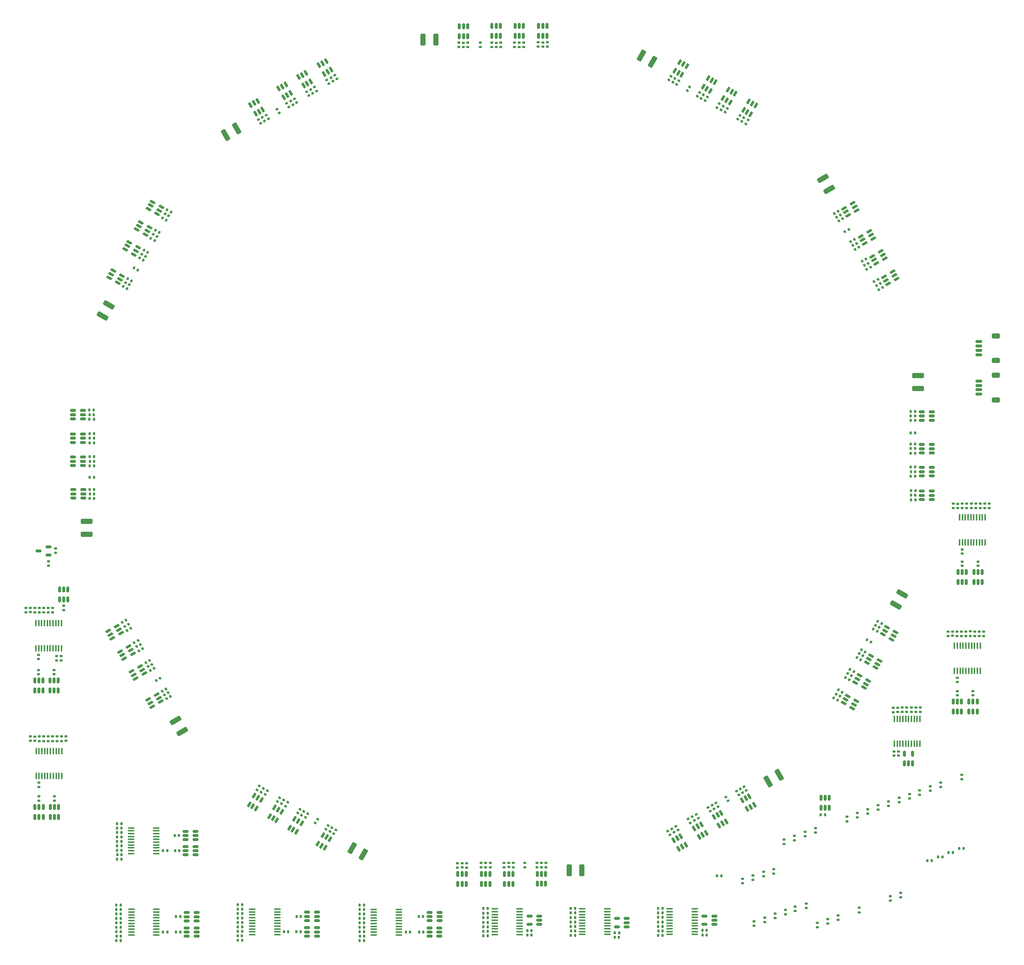
<source format=gtp>
%TF.GenerationSoftware,KiCad,Pcbnew,8.0.6-8.0.6-0~ubuntu22.04.1*%
%TF.CreationDate,2024-12-20T08:13:23-08:00*%
%TF.ProjectId,teensy_arena_12-12,7465656e-7379-45f6-9172-656e615f3132,rev?*%
%TF.SameCoordinates,Original*%
%TF.FileFunction,Paste,Top*%
%TF.FilePolarity,Positive*%
%FSLAX46Y46*%
G04 Gerber Fmt 4.6, Leading zero omitted, Abs format (unit mm)*
G04 Created by KiCad (PCBNEW 8.0.6-8.0.6-0~ubuntu22.04.1) date 2024-12-20 08:13:23*
%MOMM*%
%LPD*%
G01*
G04 APERTURE LIST*
G04 Aperture macros list*
%AMRoundRect*
0 Rectangle with rounded corners*
0 $1 Rounding radius*
0 $2 $3 $4 $5 $6 $7 $8 $9 X,Y pos of 4 corners*
0 Add a 4 corners polygon primitive as box body*
4,1,4,$2,$3,$4,$5,$6,$7,$8,$9,$2,$3,0*
0 Add four circle primitives for the rounded corners*
1,1,$1+$1,$2,$3*
1,1,$1+$1,$4,$5*
1,1,$1+$1,$6,$7*
1,1,$1+$1,$8,$9*
0 Add four rect primitives between the rounded corners*
20,1,$1+$1,$2,$3,$4,$5,0*
20,1,$1+$1,$4,$5,$6,$7,0*
20,1,$1+$1,$6,$7,$8,$9,0*
20,1,$1+$1,$8,$9,$2,$3,0*%
G04 Aperture macros list end*
%ADD10RoundRect,0.135000X-0.209413X-0.092715X0.024413X-0.227715X0.209413X0.092715X-0.024413X0.227715X0*%
%ADD11RoundRect,0.135000X-0.135000X-0.185000X0.135000X-0.185000X0.135000X0.185000X-0.135000X0.185000X0*%
%ADD12RoundRect,0.135000X-0.185000X0.135000X-0.185000X-0.135000X0.185000X-0.135000X0.185000X0.135000X0*%
%ADD13RoundRect,0.140000X0.170000X-0.140000X0.170000X0.140000X-0.170000X0.140000X-0.170000X-0.140000X0*%
%ADD14RoundRect,0.150000X0.512500X0.150000X-0.512500X0.150000X-0.512500X-0.150000X0.512500X-0.150000X0*%
%ADD15RoundRect,0.150000X-0.512500X-0.150000X0.512500X-0.150000X0.512500X0.150000X-0.512500X0.150000X0*%
%ADD16RoundRect,0.135000X0.209413X0.092715X-0.024413X0.227715X-0.209413X-0.092715X0.024413X-0.227715X0*%
%ADD17RoundRect,0.140000X-0.206244X-0.077224X0.036244X-0.217224X0.206244X0.077224X-0.036244X0.217224X0*%
%ADD18RoundRect,0.135000X0.135000X0.185000X-0.135000X0.185000X-0.135000X-0.185000X0.135000X-0.185000X0*%
%ADD19RoundRect,0.150000X0.150000X-0.512500X0.150000X0.512500X-0.150000X0.512500X-0.150000X-0.512500X0*%
%ADD20RoundRect,0.135000X-0.227715X0.024413X-0.092715X-0.209413X0.227715X-0.024413X0.092715X0.209413X0*%
%ADD21RoundRect,0.150000X0.126346X0.518838X-0.386154X-0.368838X-0.126346X-0.518838X0.386154X0.368838X0*%
%ADD22RoundRect,0.140000X0.140000X0.170000X-0.140000X0.170000X-0.140000X-0.170000X0.140000X-0.170000X0*%
%ADD23RoundRect,0.140000X0.206244X0.077224X-0.036244X0.217224X-0.206244X-0.077224X0.036244X-0.217224X0*%
%ADD24RoundRect,0.135000X0.092715X-0.209413X0.227715X0.024413X-0.092715X0.209413X-0.227715X-0.024413X0*%
%ADD25RoundRect,0.135000X0.185000X-0.135000X0.185000X0.135000X-0.185000X0.135000X-0.185000X-0.135000X0*%
%ADD26RoundRect,0.150000X-0.150000X0.512500X-0.150000X-0.512500X0.150000X-0.512500X0.150000X0.512500X0*%
%ADD27RoundRect,0.250000X-0.831458X-0.790128X-0.268542X-1.115128X0.831458X0.790128X0.268542X1.115128X0*%
%ADD28RoundRect,0.135000X-0.024413X-0.227715X0.209413X-0.092715X0.024413X0.227715X-0.209413X0.092715X0*%
%ADD29RoundRect,0.135000X0.024413X0.227715X-0.209413X0.092715X-0.024413X-0.227715X0.209413X-0.092715X0*%
%ADD30RoundRect,0.140000X-0.170000X0.140000X-0.170000X-0.140000X0.170000X-0.140000X0.170000X0.140000X0*%
%ADD31RoundRect,0.140000X-0.140000X-0.170000X0.140000X-0.170000X0.140000X0.170000X-0.140000X0.170000X0*%
%ADD32RoundRect,0.100000X0.637500X0.100000X-0.637500X0.100000X-0.637500X-0.100000X0.637500X-0.100000X0*%
%ADD33RoundRect,0.150000X0.386154X-0.368838X-0.126346X0.518838X-0.386154X0.368838X0.126346X-0.518838X0*%
%ADD34RoundRect,0.140000X-0.036244X-0.217224X0.206244X-0.077224X0.036244X0.217224X-0.206244X0.077224X0*%
%ADD35RoundRect,0.135000X0.227715X-0.024413X0.092715X0.209413X-0.227715X0.024413X-0.092715X-0.209413X0*%
%ADD36RoundRect,0.135000X-0.092715X0.209413X-0.227715X-0.024413X0.092715X-0.209413X0.227715X0.024413X0*%
%ADD37RoundRect,0.250000X-0.325000X-1.100000X0.325000X-1.100000X0.325000X1.100000X-0.325000X1.100000X0*%
%ADD38RoundRect,0.250000X-0.790128X0.831458X-1.115128X0.268542X0.790128X-0.831458X1.115128X-0.268542X0*%
%ADD39RoundRect,0.150000X-0.126346X-0.518838X0.386154X0.368838X0.126346X0.518838X-0.386154X-0.368838X0*%
%ADD40RoundRect,0.150000X-0.518838X0.126346X0.368838X-0.386154X0.518838X-0.126346X-0.368838X0.386154X0*%
%ADD41RoundRect,0.150000X-0.386154X0.368838X0.126346X-0.518838X0.386154X-0.368838X-0.126346X0.518838X0*%
%ADD42RoundRect,0.250000X1.115128X0.268542X0.790128X0.831458X-1.115128X-0.268542X-0.790128X-0.831458X0*%
%ADD43RoundRect,0.140000X-0.077224X0.206244X-0.217224X-0.036244X0.077224X-0.206244X0.217224X0.036244X0*%
%ADD44RoundRect,0.140000X0.036244X0.217224X-0.206244X0.077224X-0.036244X-0.217224X0.206244X-0.077224X0*%
%ADD45RoundRect,0.150000X0.625000X-0.150000X0.625000X0.150000X-0.625000X0.150000X-0.625000X-0.150000X0*%
%ADD46RoundRect,0.250000X0.650000X-0.350000X0.650000X0.350000X-0.650000X0.350000X-0.650000X-0.350000X0*%
%ADD47RoundRect,0.140000X-0.217224X0.036244X-0.077224X-0.206244X0.217224X-0.036244X0.077224X0.206244X0*%
%ADD48RoundRect,0.140000X0.217224X-0.036244X0.077224X0.206244X-0.217224X0.036244X-0.077224X-0.206244X0*%
%ADD49RoundRect,0.150000X0.518838X-0.126346X-0.368838X0.386154X-0.518838X0.126346X0.368838X-0.386154X0*%
%ADD50RoundRect,0.140000X0.077224X-0.206244X0.217224X0.036244X-0.077224X0.206244X-0.217224X-0.036244X0*%
%ADD51RoundRect,0.150000X0.368838X0.386154X-0.518838X-0.126346X-0.368838X-0.386154X0.518838X0.126346X0*%
%ADD52RoundRect,0.250000X0.268542X-1.115128X0.831458X-0.790128X-0.268542X1.115128X-0.831458X0.790128X0*%
%ADD53RoundRect,0.150000X-0.368838X-0.386154X0.518838X0.126346X0.368838X0.386154X-0.518838X-0.126346X0*%
%ADD54RoundRect,0.250000X-0.268542X1.115128X-0.831458X0.790128X0.268542X-1.115128X0.831458X-0.790128X0*%
%ADD55RoundRect,0.100000X0.100000X-0.637500X0.100000X0.637500X-0.100000X0.637500X-0.100000X-0.637500X0*%
%ADD56RoundRect,0.250000X-1.100000X0.325000X-1.100000X-0.325000X1.100000X-0.325000X1.100000X0.325000X0*%
%ADD57RoundRect,0.250000X-1.115128X-0.268542X-0.790128X-0.831458X1.115128X0.268542X0.790128X0.831458X0*%
%ADD58RoundRect,0.250000X0.790128X-0.831458X1.115128X-0.268542X-0.790128X0.831458X-1.115128X0.268542X0*%
%ADD59RoundRect,0.250000X0.325000X1.100000X-0.325000X1.100000X-0.325000X-1.100000X0.325000X-1.100000X0*%
%ADD60RoundRect,0.250000X0.831458X0.790128X0.268542X1.115128X-0.831458X-0.790128X-0.268542X-1.115128X0*%
%ADD61RoundRect,0.250000X1.100000X-0.325000X1.100000X0.325000X-1.100000X0.325000X-1.100000X-0.325000X0*%
G04 APERTURE END LIST*
D10*
%TO.C,R215*%
X263608427Y-215879500D03*
X264491773Y-216389500D03*
%TD*%
D11*
%TO.C,R62*%
X173408400Y-281575000D03*
X174428400Y-281575000D03*
%TD*%
D12*
%TO.C,R48*%
X271272000Y-235608400D03*
X271272000Y-236628400D03*
%TD*%
D13*
%TO.C,C30*%
X282935600Y-203155000D03*
X282935600Y-202195000D03*
%TD*%
D14*
%TO.C,U36*%
X275920200Y-169849800D03*
X275920200Y-168899800D03*
X275920200Y-167949800D03*
X273645200Y-167949800D03*
X273645200Y-168899800D03*
X273645200Y-169849800D03*
%TD*%
D12*
%TO.C,R75*%
X284748800Y-218182900D03*
X284748800Y-219202900D03*
%TD*%
D15*
%TO.C,U60*%
X79679800Y-185750200D03*
X79679800Y-186700200D03*
X79679800Y-187650200D03*
X81954800Y-187650200D03*
X81954800Y-186700200D03*
X81954800Y-185750200D03*
%TD*%
D12*
%TO.C,R201*%
X180263800Y-271145000D03*
X180263800Y-272165000D03*
%TD*%
D16*
%TO.C,R173*%
X100993573Y-124041000D03*
X100110227Y-123531000D03*
%TD*%
D14*
%TO.C,Q1*%
X74026000Y-200717000D03*
X74026000Y-198817000D03*
X71751000Y-199767000D03*
%TD*%
D17*
%TO.C,C67*%
X91657808Y-138360400D03*
X92489192Y-138840400D03*
%TD*%
D18*
%TO.C,R177*%
X84455000Y-180263800D03*
X83435000Y-180263800D03*
%TD*%
D10*
%TO.C,R222*%
X253561627Y-233419400D03*
X254444973Y-233929400D03*
%TD*%
D17*
%TO.C,C69*%
X98017208Y-127308600D03*
X98848592Y-127788600D03*
%TD*%
D19*
%TO.C,U33*%
X70860800Y-231672100D03*
X71810800Y-231672100D03*
X72760800Y-231672100D03*
X72760800Y-229397100D03*
X71810800Y-229397100D03*
X70860800Y-229397100D03*
%TD*%
D20*
%TO.C,R214*%
X215601800Y-263848627D03*
X216111800Y-264731973D03*
%TD*%
D21*
%TO.C,U45*%
X226472474Y-92521696D03*
X225649750Y-92046696D03*
X224827026Y-91571696D03*
X223689526Y-93541904D03*
X224512250Y-94016904D03*
X225334974Y-94491904D03*
%TD*%
D19*
%TO.C,U20*%
X285577200Y-206908400D03*
X286527200Y-206908400D03*
X287477200Y-206908400D03*
X287477200Y-204633400D03*
X286527200Y-204633400D03*
X285577200Y-204633400D03*
%TD*%
D22*
%TO.C,C48*%
X272114200Y-176352200D03*
X271154200Y-176352200D03*
%TD*%
D14*
%TO.C,U28*%
X135432800Y-284327600D03*
X135432800Y-283377600D03*
X135432800Y-282427600D03*
X133157800Y-282427600D03*
X133157800Y-283377600D03*
X133157800Y-284327600D03*
%TD*%
D23*
%TO.C,C91*%
X263942192Y-217239600D03*
X263110808Y-216759600D03*
%TD*%
D24*
%TO.C,R147*%
X226882900Y-98323173D03*
X227392900Y-97439827D03*
%TD*%
D25*
%TO.C,R10*%
X275615400Y-254660400D03*
X275615400Y-253640400D03*
%TD*%
D13*
%TO.C,C5*%
X268173200Y-236625800D03*
X268173200Y-235665800D03*
%TD*%
D20*
%TO.C,R212*%
X220261800Y-261099527D03*
X220771800Y-261982873D03*
%TD*%
D12*
%TO.C,R203*%
X175031400Y-271170400D03*
X175031400Y-272190400D03*
%TD*%
D26*
%TO.C,U2*%
X252547200Y-256260400D03*
X251597200Y-256260400D03*
X250647200Y-256260400D03*
X250647200Y-258535400D03*
X251597200Y-258535400D03*
X252547200Y-258535400D03*
%TD*%
D27*
%TO.C,C97*%
X209581313Y-86383100D03*
X212136087Y-87858100D03*
%TD*%
D16*
%TO.C,R168*%
X93007573Y-137960800D03*
X92124227Y-137450800D03*
%TD*%
D28*
%TO.C,R139*%
X260045427Y-133512500D03*
X260928773Y-133002500D03*
%TD*%
D11*
%TO.C,R91*%
X145170600Y-283819600D03*
X146190600Y-283819600D03*
%TD*%
D12*
%TO.C,R86*%
X78003400Y-242222000D03*
X78003400Y-243242000D03*
%TD*%
D28*
%TO.C,R135*%
X253682027Y-122527500D03*
X254565373Y-122017500D03*
%TD*%
D29*
%TO.C,R189*%
X92840173Y-217436800D03*
X91956827Y-217946800D03*
%TD*%
D10*
%TO.C,R234*%
X261153727Y-220058400D03*
X262037073Y-220568400D03*
%TD*%
D30*
%TO.C,C61*%
X181635400Y-83460400D03*
X181635400Y-84420400D03*
%TD*%
D18*
%TO.C,R181*%
X84404200Y-169646600D03*
X83384200Y-169646600D03*
%TD*%
D31*
%TO.C,C26*%
X223514000Y-286588200D03*
X224474000Y-286588200D03*
%TD*%
D26*
%TO.C,U48*%
X169849800Y-79679800D03*
X168899800Y-79679800D03*
X167949800Y-79679800D03*
X167949800Y-81954800D03*
X168899800Y-81954800D03*
X169849800Y-81954800D03*
%TD*%
D32*
%TO.C,U13*%
X98677200Y-269005600D03*
X98677200Y-268355600D03*
X98677200Y-267705600D03*
X98677200Y-267055600D03*
X98677200Y-266405600D03*
X98677200Y-265755600D03*
X98677200Y-265105600D03*
X98677200Y-264455600D03*
X98677200Y-263805600D03*
X98677200Y-263155600D03*
X92952200Y-263155600D03*
X92952200Y-263805600D03*
X92952200Y-264455600D03*
X92952200Y-265105600D03*
X92952200Y-265755600D03*
X92952200Y-266405600D03*
X92952200Y-267055600D03*
X92952200Y-267705600D03*
X92952200Y-268355600D03*
X92952200Y-269005600D03*
%TD*%
D14*
%TO.C,U38*%
X275989400Y-182575200D03*
X275989400Y-181625200D03*
X275989400Y-180675200D03*
X273714400Y-180675200D03*
X273714400Y-181625200D03*
X273714400Y-182575200D03*
%TD*%
D33*
%TO.C,U79*%
X218078226Y-267924704D03*
X218900950Y-267449704D03*
X219723674Y-266974704D03*
X218586174Y-265004496D03*
X217763450Y-265479496D03*
X216940726Y-265954496D03*
%TD*%
D28*
%TO.C,R141*%
X262759827Y-138163200D03*
X263643173Y-137653200D03*
%TD*%
D22*
%TO.C,C19*%
X118268200Y-287812400D03*
X117308200Y-287812400D03*
%TD*%
D25*
%TO.C,R151*%
X167873600Y-84448000D03*
X167873600Y-83428000D03*
%TD*%
D22*
%TO.C,C39*%
X131679400Y-283392800D03*
X130719400Y-283392800D03*
%TD*%
D25*
%TO.C,R9*%
X278003000Y-253796800D03*
X278003000Y-252776800D03*
%TD*%
%TO.C,R226*%
X172720000Y-84484400D03*
X172720000Y-83464400D03*
%TD*%
D12*
%TO.C,R74*%
X283732800Y-218184900D03*
X283732800Y-219204900D03*
%TD*%
D15*
%TO.C,U62*%
X79610600Y-173024800D03*
X79610600Y-173974800D03*
X79610600Y-174924800D03*
X81885600Y-174924800D03*
X81885600Y-173974800D03*
X81885600Y-173024800D03*
%TD*%
D12*
%TO.C,R68*%
X288066400Y-188931000D03*
X288066400Y-189951000D03*
%TD*%
D22*
%TO.C,C40*%
X104149200Y-286985400D03*
X103189200Y-286985400D03*
%TD*%
D11*
%TO.C,R44*%
X213404800Y-281533600D03*
X214424800Y-281533600D03*
%TD*%
D34*
%TO.C,C76*%
X96845408Y-226210900D03*
X97676792Y-225730900D03*
%TD*%
D31*
%TO.C,C73*%
X83460400Y-173964600D03*
X84420400Y-173964600D03*
%TD*%
D12*
%TO.C,R206*%
X167513000Y-271221200D03*
X167513000Y-272241200D03*
%TD*%
D35*
%TO.C,R163*%
X133512500Y-95554573D03*
X133002500Y-94671227D03*
%TD*%
D36*
%TO.C,R231*%
X135541600Y-261153727D03*
X135031600Y-262037073D03*
%TD*%
D25*
%TO.C,R8*%
X282778200Y-252044200D03*
X282778200Y-251024200D03*
%TD*%
D12*
%TO.C,R82*%
X73939400Y-242226000D03*
X73939400Y-243246000D03*
%TD*%
D36*
%TO.C,R194*%
X131479500Y-258842327D03*
X130969500Y-259725673D03*
%TD*%
D12*
%TO.C,R124*%
X74980800Y-212776400D03*
X74980800Y-213796400D03*
%TD*%
D31*
%TO.C,C2*%
X223539400Y-287629600D03*
X224499400Y-287629600D03*
%TD*%
D12*
%TO.C,R70*%
X289082400Y-188931000D03*
X289082400Y-189951000D03*
%TD*%
D37*
%TO.C,C98*%
X159615000Y-82740000D03*
X162565000Y-82740000D03*
%TD*%
D14*
%TO.C,U37*%
X275989400Y-177312400D03*
X275989400Y-176362400D03*
X275989400Y-175412400D03*
X273714400Y-175412400D03*
X273714400Y-176362400D03*
X273714400Y-177312400D03*
%TD*%
D15*
%TO.C,U63*%
X79610600Y-167619600D03*
X79610600Y-168569600D03*
X79610600Y-169519600D03*
X81885600Y-169519600D03*
X81885600Y-168569600D03*
X81885600Y-167619600D03*
%TD*%
D20*
%TO.C,R233*%
X228857200Y-256073727D03*
X229367200Y-256957073D03*
%TD*%
D38*
%TO.C,C106*%
X269216900Y-209581313D03*
X267741900Y-212136087D03*
%TD*%
D11*
%TO.C,R42*%
X213408800Y-283616400D03*
X214428800Y-283616400D03*
%TD*%
D26*
%TO.C,U49*%
X177312400Y-79610600D03*
X176362400Y-79610600D03*
X175412400Y-79610600D03*
X175412400Y-81885600D03*
X176362400Y-81885600D03*
X177312400Y-81885600D03*
%TD*%
D14*
%TO.C,U26*%
X163390600Y-287929400D03*
X163390600Y-286979400D03*
X163390600Y-286029400D03*
X161115600Y-286029400D03*
X161115600Y-286979400D03*
X161115600Y-287929400D03*
%TD*%
D25*
%TO.C,R152*%
X169905600Y-84448000D03*
X169905600Y-83428000D03*
%TD*%
D23*
%TO.C,C93*%
X257582792Y-228291400D03*
X256751408Y-227811400D03*
%TD*%
D39*
%TO.C,U70*%
X124569826Y-260446904D03*
X125392550Y-260921904D03*
X126215274Y-261396904D03*
X127352774Y-259426696D03*
X126530050Y-258951696D03*
X125707326Y-258476696D03*
%TD*%
D29*
%TO.C,R184*%
X100901973Y-231312700D03*
X100018627Y-231822700D03*
%TD*%
D12*
%TO.C,R50*%
X273354800Y-235608400D03*
X273354800Y-236628400D03*
%TD*%
D33*
%TO.C,U76*%
X233745126Y-258799504D03*
X234567850Y-258324504D03*
X235390574Y-257849504D03*
X234253074Y-255879296D03*
X233430350Y-256354296D03*
X232607626Y-256829296D03*
%TD*%
D40*
%TO.C,U56*%
X88850296Y-135624926D03*
X88375296Y-136447650D03*
X87900296Y-137270374D03*
X89870504Y-138407874D03*
X90345504Y-137585150D03*
X90820504Y-136762426D03*
%TD*%
D11*
%TO.C,R133*%
X271195800Y-185953400D03*
X272215800Y-185953400D03*
%TD*%
D41*
%TO.C,U53*%
X128282974Y-93009296D03*
X127460250Y-93484296D03*
X126637526Y-93959296D03*
X127775026Y-95929504D03*
X128597750Y-95454504D03*
X129420474Y-94979504D03*
%TD*%
D16*
%TO.C,R171*%
X98323173Y-128717100D03*
X97439827Y-128207100D03*
%TD*%
D11*
%TO.C,R107*%
X89527400Y-283852000D03*
X90547400Y-283852000D03*
%TD*%
D10*
%TO.C,R216*%
X262592427Y-217639200D03*
X263475773Y-218149200D03*
%TD*%
D11*
%TO.C,R127*%
X271152000Y-167873600D03*
X272172000Y-167873600D03*
%TD*%
D35*
%TO.C,R161*%
X128993800Y-98192773D03*
X128483800Y-97309427D03*
%TD*%
D28*
%TO.C,R136*%
X254698027Y-124287300D03*
X255581373Y-123777300D03*
%TD*%
D32*
%TO.C,U6*%
X181751700Y-287528000D03*
X181751700Y-286878000D03*
X181751700Y-286228000D03*
X181751700Y-285578000D03*
X181751700Y-284928000D03*
X181751700Y-284278000D03*
X181751700Y-283628000D03*
X181751700Y-282978000D03*
X181751700Y-282328000D03*
X181751700Y-281678000D03*
X176026700Y-281678000D03*
X176026700Y-282328000D03*
X176026700Y-282978000D03*
X176026700Y-283628000D03*
X176026700Y-284278000D03*
X176026700Y-284928000D03*
X176026700Y-285578000D03*
X176026700Y-286228000D03*
X176026700Y-286878000D03*
X176026700Y-287528000D03*
%TD*%
D12*
%TO.C,R80*%
X71907400Y-242226000D03*
X71907400Y-243246000D03*
%TD*%
D36*
%TO.C,R193*%
X133261200Y-259871027D03*
X132751200Y-260754373D03*
%TD*%
D30*
%TO.C,C60*%
X176352200Y-83485800D03*
X176352200Y-84445800D03*
%TD*%
D18*
%TO.C,R179*%
X84429600Y-175031400D03*
X83409600Y-175031400D03*
%TD*%
D11*
%TO.C,R43*%
X213406800Y-282575000D03*
X214426800Y-282575000D03*
%TD*%
D32*
%TO.C,U10*%
X154100000Y-287629600D03*
X154100000Y-286979600D03*
X154100000Y-286329600D03*
X154100000Y-285679600D03*
X154100000Y-285029600D03*
X154100000Y-284379600D03*
X154100000Y-283729600D03*
X154100000Y-283079600D03*
X154100000Y-282429600D03*
X154100000Y-281779600D03*
X148375000Y-281779600D03*
X148375000Y-282429600D03*
X148375000Y-283079600D03*
X148375000Y-283729600D03*
X148375000Y-284379600D03*
X148375000Y-285029600D03*
X148375000Y-285679600D03*
X148375000Y-286329600D03*
X148375000Y-286979600D03*
X148375000Y-287629600D03*
%TD*%
D24*
%TO.C,R144*%
X217639200Y-93007573D03*
X218149200Y-92124227D03*
%TD*%
D22*
%TO.C,C50*%
X272190400Y-187020200D03*
X271230400Y-187020200D03*
%TD*%
D35*
%TO.C,R160*%
X124287300Y-100901973D03*
X123777300Y-100018627D03*
%TD*%
D29*
%TO.C,R230*%
X99526273Y-228857200D03*
X98642927Y-229367200D03*
%TD*%
D36*
%TO.C,R191*%
X139720500Y-263608427D03*
X139210500Y-264491773D03*
%TD*%
D13*
%TO.C,C25*%
X69850000Y-213764400D03*
X69850000Y-212804400D03*
%TD*%
D20*
%TO.C,R211*%
X222087500Y-260045427D03*
X222597500Y-260928773D03*
%TD*%
D11*
%TO.C,R90*%
X145172600Y-284835600D03*
X146192600Y-284835600D03*
%TD*%
D13*
%TO.C,C15*%
X70891400Y-243236800D03*
X70891400Y-242276800D03*
%TD*%
D42*
%TO.C,C102*%
X104568100Y-241078687D03*
X103093100Y-238523913D03*
%TD*%
D24*
%TO.C,R143*%
X215879500Y-91991573D03*
X216389500Y-91108227D03*
%TD*%
D11*
%TO.C,R92*%
X145170600Y-282803600D03*
X146190600Y-282803600D03*
%TD*%
D25*
%TO.C,R36*%
X242544600Y-282934600D03*
X242544600Y-281914600D03*
%TD*%
D30*
%TO.C,C46*%
X77500400Y-212326400D03*
X77500400Y-213286400D03*
%TD*%
D12*
%TO.C,R200*%
X185694400Y-271152000D03*
X185694400Y-272172000D03*
%TD*%
D11*
%TO.C,R56*%
X193437400Y-281567400D03*
X194457400Y-281567400D03*
%TD*%
D43*
%TO.C,C57*%
X228291400Y-98017208D03*
X227811400Y-98848592D03*
%TD*%
D13*
%TO.C,C84*%
X179247800Y-272114200D03*
X179247800Y-271154200D03*
%TD*%
D12*
%TO.C,R123*%
X73964800Y-212776400D03*
X73964800Y-213796400D03*
%TD*%
%TO.C,R29*%
X268859000Y-278003000D03*
X268859000Y-279023000D03*
%TD*%
D44*
%TO.C,C54*%
X264154592Y-138589700D03*
X263323208Y-139069700D03*
%TD*%
D36*
%TO.C,R197*%
X124041000Y-254606427D03*
X123531000Y-255489773D03*
%TD*%
D28*
%TO.C,R140*%
X261099527Y-135338200D03*
X261982873Y-134828200D03*
%TD*%
D45*
%TO.C,J3*%
X286701000Y-154879000D03*
X286701000Y-153879000D03*
X286701000Y-152879000D03*
X286701000Y-151879000D03*
D46*
X290576000Y-156179000D03*
X290576000Y-150579000D03*
%TD*%
D11*
%TO.C,R110*%
X89527400Y-280804000D03*
X90547400Y-280804000D03*
%TD*%
%TO.C,R132*%
X271170400Y-182676800D03*
X272190400Y-182676800D03*
%TD*%
D12*
%TO.C,R49*%
X272313400Y-235608400D03*
X272313400Y-236628400D03*
%TD*%
%TO.C,R77*%
X286780800Y-218186900D03*
X286780800Y-219206900D03*
%TD*%
D47*
%TO.C,C64*%
X129389100Y-96845408D03*
X129869100Y-97676792D03*
%TD*%
D23*
%TO.C,C94*%
X254934392Y-232980100D03*
X254103008Y-232500100D03*
%TD*%
D22*
%TO.C,C47*%
X272121200Y-168884600D03*
X271161200Y-168884600D03*
%TD*%
D13*
%TO.C,C34*%
X71856600Y-256903200D03*
X71856600Y-255943200D03*
%TD*%
D24*
%TO.C,R145*%
X222338800Y-95728973D03*
X222848800Y-94845627D03*
%TD*%
D39*
%TO.C,U69*%
X129127526Y-263078304D03*
X129950250Y-263553304D03*
X130772974Y-264028304D03*
X131910474Y-262058096D03*
X131087750Y-261583096D03*
X130265026Y-261108096D03*
%TD*%
D32*
%TO.C,U3*%
X221761400Y-287506000D03*
X221761400Y-286856000D03*
X221761400Y-286206000D03*
X221761400Y-285556000D03*
X221761400Y-284906000D03*
X221761400Y-284256000D03*
X221761400Y-283606000D03*
X221761400Y-282956000D03*
X221761400Y-282306000D03*
X221761400Y-281656000D03*
X216036400Y-281656000D03*
X216036400Y-282306000D03*
X216036400Y-282956000D03*
X216036400Y-283606000D03*
X216036400Y-284256000D03*
X216036400Y-284906000D03*
X216036400Y-285556000D03*
X216036400Y-286206000D03*
X216036400Y-286856000D03*
X216036400Y-287506000D03*
%TD*%
D25*
%TO.C,R155*%
X180568600Y-84429600D03*
X180568600Y-83409600D03*
%TD*%
D10*
%TO.C,R217*%
X259871027Y-222338800D03*
X260754373Y-222848800D03*
%TD*%
D13*
%TO.C,C11*%
X281919600Y-189945800D03*
X281919600Y-188985800D03*
%TD*%
D31*
%TO.C,C18*%
X127851800Y-286898000D03*
X128811800Y-286898000D03*
%TD*%
D20*
%TO.C,R210*%
X224824500Y-258435927D03*
X225334500Y-259319273D03*
%TD*%
D11*
%TO.C,R223*%
X271115600Y-172720000D03*
X272135600Y-172720000D03*
%TD*%
D14*
%TO.C,U29*%
X107899200Y-287934400D03*
X107899200Y-286984400D03*
X107899200Y-286034400D03*
X105624200Y-286034400D03*
X105624200Y-286984400D03*
X105624200Y-287934400D03*
%TD*%
D48*
%TO.C,C89*%
X221648200Y-261418192D03*
X221168200Y-260586808D03*
%TD*%
D11*
%TO.C,R40*%
X213410800Y-285699200D03*
X214430800Y-285699200D03*
%TD*%
D31*
%TO.C,C72*%
X83485800Y-179247800D03*
X84445800Y-179247800D03*
%TD*%
D49*
%TO.C,U80*%
X266749704Y-219975074D03*
X267224704Y-219152350D03*
X267699704Y-218329626D03*
X265729496Y-217192126D03*
X265254496Y-218014850D03*
X264779496Y-218837574D03*
%TD*%
D48*
%TO.C,C88*%
X226210900Y-258754592D03*
X225730900Y-257923208D03*
%TD*%
D31*
%TO.C,C20*%
X100223400Y-286950800D03*
X101183400Y-286950800D03*
%TD*%
D12*
%TO.C,R32*%
X252171200Y-284018800D03*
X252171200Y-285038800D03*
%TD*%
D31*
%TO.C,C29*%
X183494800Y-286604200D03*
X184454800Y-286604200D03*
%TD*%
D12*
%TO.C,R69*%
X280903600Y-188931000D03*
X280903600Y-189951000D03*
%TD*%
D14*
%TO.C,U30*%
X107902600Y-284415000D03*
X107902600Y-283465000D03*
X107902600Y-282515000D03*
X105627600Y-282515000D03*
X105627600Y-283465000D03*
X105627600Y-284415000D03*
%TD*%
D30*
%TO.C,C24*%
X71780400Y-223525200D03*
X71780400Y-224485200D03*
%TD*%
D25*
%TO.C,R15*%
X263677400Y-258990600D03*
X263677400Y-257970600D03*
%TD*%
D12*
%TO.C,R23*%
X232664000Y-274773200D03*
X232664000Y-275793200D03*
%TD*%
D29*
%TO.C,R187*%
X95554573Y-222087500D03*
X94671227Y-222597500D03*
%TD*%
D12*
%TO.C,R4*%
X259334000Y-281428000D03*
X259334000Y-282448000D03*
%TD*%
D11*
%TO.C,R100*%
X117257400Y-282732400D03*
X118277400Y-282732400D03*
%TD*%
D16*
%TO.C,R228*%
X94446273Y-135541600D03*
X93562927Y-135031600D03*
%TD*%
D11*
%TO.C,R108*%
X89527400Y-282836000D03*
X90547400Y-282836000D03*
%TD*%
%TO.C,R95*%
X117253400Y-288828400D03*
X118273400Y-288828400D03*
%TD*%
D12*
%TO.C,R122*%
X72898000Y-212776400D03*
X72898000Y-213796400D03*
%TD*%
D50*
%TO.C,C82*%
X122619900Y-254934392D03*
X123099900Y-254103008D03*
%TD*%
D22*
%TO.C,C21*%
X90538200Y-287916000D03*
X89578200Y-287916000D03*
%TD*%
D28*
%TO.C,R138*%
X258435927Y-130775500D03*
X259319273Y-130265500D03*
%TD*%
D22*
%TO.C,C41*%
X104152600Y-283445600D03*
X103192600Y-283445600D03*
%TD*%
D12*
%TO.C,R84*%
X75971400Y-242226000D03*
X75971400Y-243246000D03*
%TD*%
D47*
%TO.C,C66*%
X138589700Y-91445408D03*
X139069700Y-92276792D03*
%TD*%
D25*
%TO.C,R6*%
X242189000Y-266801600D03*
X242189000Y-265781600D03*
%TD*%
D47*
%TO.C,C63*%
X122918500Y-100573208D03*
X123398500Y-101404592D03*
%TD*%
D18*
%TO.C,R182*%
X84378800Y-167513000D03*
X83358800Y-167513000D03*
%TD*%
D11*
%TO.C,R111*%
X89701000Y-270256000D03*
X90721000Y-270256000D03*
%TD*%
%TO.C,R53*%
X193435400Y-284666200D03*
X194455400Y-284666200D03*
%TD*%
D16*
%TO.C,R169*%
X95728973Y-133261200D03*
X94845627Y-132751200D03*
%TD*%
D35*
%TO.C,R166*%
X139998200Y-91751373D03*
X139488200Y-90868027D03*
%TD*%
D43*
%TO.C,C55*%
X217239600Y-91657808D03*
X216759600Y-92489192D03*
%TD*%
D12*
%TO.C,R63*%
X282935600Y-188933000D03*
X282935600Y-189953000D03*
%TD*%
D28*
%TO.C,R224*%
X256073727Y-126742800D03*
X256957073Y-126232800D03*
%TD*%
D14*
%TO.C,U31*%
X107645200Y-269290800D03*
X107645200Y-268340800D03*
X107645200Y-267390800D03*
X105370200Y-267390800D03*
X105370200Y-268340800D03*
X105370200Y-269290800D03*
%TD*%
D11*
%TO.C,R103*%
X89527400Y-288932000D03*
X90547400Y-288932000D03*
%TD*%
%TO.C,R118*%
X89701000Y-262128000D03*
X90721000Y-262128000D03*
%TD*%
%TO.C,R60*%
X173410400Y-283708600D03*
X174430400Y-283708600D03*
%TD*%
D14*
%TO.C,U25*%
X163398200Y-284388600D03*
X163398200Y-283438600D03*
X163398200Y-282488600D03*
X161123200Y-282488600D03*
X161123200Y-283438600D03*
X161123200Y-284388600D03*
%TD*%
D22*
%TO.C,C37*%
X159716000Y-286994600D03*
X158756000Y-286994600D03*
%TD*%
D11*
%TO.C,R128*%
X271152000Y-169905600D03*
X272172000Y-169905600D03*
%TD*%
D12*
%TO.C,R72*%
X281700800Y-218184900D03*
X281700800Y-219204900D03*
%TD*%
%TO.C,R22*%
X235051600Y-274011200D03*
X235051600Y-275031200D03*
%TD*%
D11*
%TO.C,R97*%
X117257400Y-285780400D03*
X118277400Y-285780400D03*
%TD*%
D17*
%TO.C,C70*%
X100665608Y-122619900D03*
X101496992Y-123099900D03*
%TD*%
D11*
%TO.C,R89*%
X145170600Y-285851600D03*
X146190600Y-285851600D03*
%TD*%
%TO.C,R116*%
X89697000Y-264160000D03*
X90717000Y-264160000D03*
%TD*%
D33*
%TO.C,U77*%
X227317026Y-262590704D03*
X228139750Y-262115704D03*
X228962474Y-261640704D03*
X227824974Y-259670496D03*
X227002250Y-260145496D03*
X226179526Y-260620496D03*
%TD*%
D11*
%TO.C,R115*%
X89701000Y-265176000D03*
X90721000Y-265176000D03*
%TD*%
D13*
%TO.C,C83*%
X186715400Y-272121200D03*
X186715400Y-271161200D03*
%TD*%
D25*
%TO.C,R38*%
X235331000Y-285550800D03*
X235331000Y-284530800D03*
%TD*%
D13*
%TO.C,C86*%
X168579800Y-272190400D03*
X168579800Y-271230400D03*
%TD*%
D14*
%TO.C,U17*%
X206232000Y-285778800D03*
X206232000Y-284828800D03*
X206232000Y-283878800D03*
X203957000Y-283878800D03*
X203957000Y-285778800D03*
%TD*%
D19*
%TO.C,U16*%
X269697200Y-248399000D03*
X270647200Y-248399000D03*
X271597200Y-248399000D03*
X271597200Y-246124000D03*
X269697200Y-246124000D03*
%TD*%
D22*
%TO.C,C1*%
X251559000Y-260110200D03*
X250599000Y-260110200D03*
%TD*%
D51*
%TO.C,U41*%
X262590704Y-128282974D03*
X262115704Y-127460250D03*
X261640704Y-126637526D03*
X259670496Y-127775026D03*
X260145496Y-128597750D03*
X260620496Y-129420474D03*
%TD*%
D25*
%TO.C,R18*%
X249351800Y-264185400D03*
X249351800Y-263165400D03*
%TD*%
D11*
%TO.C,R88*%
X145170600Y-286867600D03*
X146190600Y-286867600D03*
%TD*%
D14*
%TO.C,U32*%
X107645200Y-265806000D03*
X107645200Y-264856000D03*
X107645200Y-263906000D03*
X105370200Y-263906000D03*
X105370200Y-264856000D03*
X105370200Y-265806000D03*
%TD*%
D25*
%TO.C,R12*%
X270840200Y-256413000D03*
X270840200Y-255393000D03*
%TD*%
D21*
%TO.C,U46*%
X231030174Y-95153096D03*
X230207450Y-94678096D03*
X229384726Y-94203096D03*
X228247226Y-96173304D03*
X229069950Y-96648304D03*
X229892674Y-97123304D03*
%TD*%
D40*
%TO.C,U58*%
X95153096Y-124569826D03*
X94678096Y-125392550D03*
X94203096Y-126215274D03*
X96173304Y-127352774D03*
X96648304Y-126530050D03*
X97123304Y-125707326D03*
%TD*%
D18*
%TO.C,R25*%
X283214000Y-267843000D03*
X282194000Y-267843000D03*
%TD*%
D22*
%TO.C,C36*%
X159644800Y-283423400D03*
X158684800Y-283423400D03*
%TD*%
D36*
%TO.C,R196*%
X126891400Y-256222727D03*
X126381400Y-257106073D03*
%TD*%
D12*
%TO.C,R73*%
X282716800Y-218184900D03*
X282716800Y-219204900D03*
%TD*%
D13*
%TO.C,C13*%
X280684800Y-219174900D03*
X280684800Y-218214900D03*
%TD*%
D11*
%TO.C,R58*%
X173404400Y-285791400D03*
X174424400Y-285791400D03*
%TD*%
D22*
%TO.C,C49*%
X272139600Y-181635400D03*
X271179600Y-181635400D03*
%TD*%
D26*
%TO.C,U35*%
X78435200Y-208562000D03*
X77485200Y-208562000D03*
X76535200Y-208562000D03*
X76535200Y-210837000D03*
X77485200Y-210837000D03*
X78435200Y-210837000D03*
%TD*%
D11*
%TO.C,R87*%
X145170600Y-288899600D03*
X146190600Y-288899600D03*
%TD*%
D25*
%TO.C,R126*%
X76911200Y-224818000D03*
X76911200Y-223798000D03*
%TD*%
D24*
%TO.C,R146*%
X224120500Y-96757673D03*
X224630500Y-95874327D03*
%TD*%
D20*
%TO.C,R209*%
X226606200Y-257407227D03*
X227116200Y-258290573D03*
%TD*%
D12*
%TO.C,R71*%
X279668800Y-218184900D03*
X279668800Y-219204900D03*
%TD*%
D15*
%TO.C,U61*%
X79610600Y-178287600D03*
X79610600Y-179237600D03*
X79610600Y-180187600D03*
X81885600Y-180187600D03*
X81885600Y-179237600D03*
X81885600Y-178287600D03*
%TD*%
D52*
%TO.C,C99*%
X114521313Y-104568100D03*
X117076087Y-103093100D03*
%TD*%
D31*
%TO.C,C28*%
X203505000Y-287104600D03*
X204465000Y-287104600D03*
%TD*%
D11*
%TO.C,R104*%
X89527400Y-286900000D03*
X90547400Y-286900000D03*
%TD*%
D53*
%TO.C,U65*%
X93009296Y-227317026D03*
X93484296Y-228139750D03*
X93959296Y-228962474D03*
X95929504Y-227824974D03*
X95454504Y-227002250D03*
X94979504Y-226179526D03*
%TD*%
D25*
%TO.C,R3*%
X237769400Y-284687200D03*
X237769400Y-283667200D03*
%TD*%
D54*
%TO.C,C105*%
X241078687Y-251031900D03*
X238523913Y-252506900D03*
%TD*%
D31*
%TO.C,C16*%
X155695400Y-286969200D03*
X156655400Y-286969200D03*
%TD*%
D44*
%TO.C,C51*%
X255026792Y-122918400D03*
X254195408Y-123398400D03*
%TD*%
D12*
%TO.C,R45*%
X267131800Y-235633800D03*
X267131800Y-236653800D03*
%TD*%
D19*
%TO.C,U74*%
X173024800Y-275989400D03*
X173974800Y-275989400D03*
X174924800Y-275989400D03*
X174924800Y-273714400D03*
X173974800Y-273714400D03*
X173024800Y-273714400D03*
%TD*%
D31*
%TO.C,C22*%
X100221800Y-268325600D03*
X101181800Y-268325600D03*
%TD*%
D14*
%TO.C,U27*%
X135410700Y-287900800D03*
X135410700Y-286950800D03*
X135410700Y-286000800D03*
X133135700Y-286000800D03*
X133135700Y-286950800D03*
X133135700Y-287900800D03*
%TD*%
D55*
%TO.C,U14*%
X71140800Y-222008600D03*
X71790800Y-222008600D03*
X72440800Y-222008600D03*
X73090800Y-222008600D03*
X73740800Y-222008600D03*
X74390800Y-222008600D03*
X75040800Y-222008600D03*
X75690800Y-222008600D03*
X76340800Y-222008600D03*
X76990800Y-222008600D03*
X76990800Y-216283600D03*
X76340800Y-216283600D03*
X75690800Y-216283600D03*
X75040800Y-216283600D03*
X74390800Y-216283600D03*
X73740800Y-216283600D03*
X73090800Y-216283600D03*
X72440800Y-216283600D03*
X71790800Y-216283600D03*
X71140800Y-216283600D03*
%TD*%
D25*
%TO.C,R158*%
X188087000Y-84378800D03*
X188087000Y-83358800D03*
%TD*%
D29*
%TO.C,R188*%
X94500473Y-220261800D03*
X93617127Y-220771800D03*
%TD*%
D48*
%TO.C,C90*%
X217010300Y-264154592D03*
X216530300Y-263323208D03*
%TD*%
D12*
%TO.C,R21*%
X237490000Y-273147600D03*
X237490000Y-274167600D03*
%TD*%
D34*
%TO.C,C75*%
X100573208Y-232681500D03*
X101404592Y-232201500D03*
%TD*%
D16*
%TO.C,R174*%
X102038373Y-122180600D03*
X101155027Y-121670600D03*
%TD*%
D12*
%TO.C,R199*%
X187726400Y-271152000D03*
X187726400Y-272172000D03*
%TD*%
D44*
%TO.C,C53*%
X261418192Y-133951800D03*
X260586808Y-134431800D03*
%TD*%
D19*
%TO.C,U24*%
X74447400Y-260604000D03*
X75397400Y-260604000D03*
X76347400Y-260604000D03*
X76347400Y-258329000D03*
X75397400Y-258329000D03*
X74447400Y-258329000D03*
%TD*%
D12*
%TO.C,R1*%
X73990200Y-202103800D03*
X73990200Y-203123800D03*
%TD*%
D36*
%TO.C,R195*%
X128717100Y-257276827D03*
X128207100Y-258160173D03*
%TD*%
D13*
%TO.C,C45*%
X75285600Y-227962400D03*
X75285600Y-227002400D03*
%TD*%
D18*
%TO.C,R28*%
X275996400Y-270611600D03*
X274976400Y-270611600D03*
%TD*%
D11*
%TO.C,R51*%
X193439400Y-287714200D03*
X194459400Y-287714200D03*
%TD*%
D13*
%TO.C,C85*%
X173964600Y-272139600D03*
X173964600Y-271179600D03*
%TD*%
D18*
%TO.C,R175*%
X84448000Y-187726400D03*
X83428000Y-187726400D03*
%TD*%
D12*
%TO.C,R205*%
X169646600Y-271195800D03*
X169646600Y-272215800D03*
%TD*%
%TO.C,R64*%
X283951600Y-188933000D03*
X283951600Y-189953000D03*
%TD*%
D30*
%TO.C,C4*%
X267284200Y-245616000D03*
X267284200Y-246576000D03*
%TD*%
D12*
%TO.C,R79*%
X69875400Y-242224000D03*
X69875400Y-243244000D03*
%TD*%
%TO.C,R47*%
X270230600Y-235612400D03*
X270230600Y-236632400D03*
%TD*%
D10*
%TO.C,R221*%
X254606427Y-231559000D03*
X255489773Y-232069000D03*
%TD*%
D49*
%TO.C,U81*%
X263078304Y-226472474D03*
X263553304Y-225649750D03*
X264028304Y-224827026D03*
X262058096Y-223689526D03*
X261583096Y-224512250D03*
X261108096Y-225334974D03*
%TD*%
D16*
%TO.C,R167*%
X91991573Y-139720500D03*
X91108227Y-139210500D03*
%TD*%
D30*
%TO.C,C14*%
X71856600Y-252793600D03*
X71856600Y-253753600D03*
%TD*%
D40*
%TO.C,U57*%
X92521696Y-129127526D03*
X92046696Y-129950250D03*
X91571696Y-130772974D03*
X93541904Y-131910474D03*
X94016904Y-131087750D03*
X94491904Y-130265026D03*
%TD*%
D11*
%TO.C,R130*%
X271145000Y-177393600D03*
X272165000Y-177393600D03*
%TD*%
D25*
%TO.C,R13*%
X268478000Y-257225800D03*
X268478000Y-256205800D03*
%TD*%
D12*
%TO.C,R232*%
X182880000Y-271115600D03*
X182880000Y-272135600D03*
%TD*%
D14*
%TO.C,U39*%
X275989400Y-187980400D03*
X275989400Y-187030400D03*
X275989400Y-186080400D03*
X273714400Y-186080400D03*
X273714400Y-187030400D03*
X273714400Y-187980400D03*
%TD*%
D19*
%TO.C,U75*%
X167619600Y-275989400D03*
X168569600Y-275989400D03*
X169519600Y-275989400D03*
X169519600Y-273714400D03*
X168569600Y-273714400D03*
X167619600Y-273714400D03*
%TD*%
D21*
%TO.C,U44*%
X219975074Y-88850296D03*
X219152350Y-88375296D03*
X218329626Y-87900296D03*
X217192126Y-89870504D03*
X218014850Y-90345504D03*
X218837574Y-90820504D03*
%TD*%
D11*
%TO.C,R57*%
X173409600Y-287823400D03*
X174429600Y-287823400D03*
%TD*%
%TO.C,R106*%
X89527400Y-284868000D03*
X90547400Y-284868000D03*
%TD*%
D40*
%TO.C,U59*%
X97855696Y-119888826D03*
X97380696Y-120711550D03*
X96905696Y-121534274D03*
X98875904Y-122671774D03*
X99350904Y-121849050D03*
X99825904Y-121026326D03*
%TD*%
D30*
%TO.C,C62*%
X187020200Y-83409600D03*
X187020200Y-84369600D03*
%TD*%
D56*
%TO.C,C95*%
X272860000Y-159615000D03*
X272860000Y-162565000D03*
%TD*%
D57*
%TO.C,C96*%
X251031900Y-114521313D03*
X252506900Y-117076087D03*
%TD*%
D55*
%TO.C,U4*%
X267396200Y-243898800D03*
X268046200Y-243898800D03*
X268696200Y-243898800D03*
X269346200Y-243898800D03*
X269996200Y-243898800D03*
X270646200Y-243898800D03*
X271296200Y-243898800D03*
X271946200Y-243898800D03*
X272596200Y-243898800D03*
X273246200Y-243898800D03*
X273246200Y-238173800D03*
X272596200Y-238173800D03*
X271946200Y-238173800D03*
X271296200Y-238173800D03*
X270646200Y-238173800D03*
X269996200Y-238173800D03*
X269346200Y-238173800D03*
X268696200Y-238173800D03*
X268046200Y-238173800D03*
X267396200Y-238173800D03*
%TD*%
D21*
%TO.C,U47*%
X235711174Y-97855696D03*
X234888450Y-97380696D03*
X234065726Y-96905696D03*
X232928226Y-98875904D03*
X233750950Y-99350904D03*
X234573674Y-99825904D03*
%TD*%
D12*
%TO.C,R66*%
X286034400Y-188931000D03*
X286034400Y-189951000D03*
%TD*%
D49*
%TO.C,U83*%
X257744304Y-235711174D03*
X258219304Y-234888450D03*
X258694304Y-234065726D03*
X256724096Y-232928226D03*
X256249096Y-233750950D03*
X255774096Y-234573674D03*
%TD*%
D18*
%TO.C,R26*%
X280797000Y-268732000D03*
X279777000Y-268732000D03*
%TD*%
D39*
%TO.C,U68*%
X135624926Y-266749704D03*
X136447650Y-267224704D03*
X137270374Y-267699704D03*
X138407874Y-265729496D03*
X137585150Y-265254496D03*
X136762426Y-264779496D03*
%TD*%
D33*
%TO.C,U78*%
X222759226Y-265222104D03*
X223581950Y-264747104D03*
X224404674Y-264272104D03*
X223267174Y-262301896D03*
X222444450Y-262776896D03*
X221621726Y-263251896D03*
%TD*%
D36*
%TO.C,R198*%
X122180600Y-253561627D03*
X121670600Y-254444973D03*
%TD*%
D25*
%TO.C,R7*%
X244551200Y-265963400D03*
X244551200Y-264943400D03*
%TD*%
D13*
%TO.C,C32*%
X281802400Y-232812100D03*
X281802400Y-231852100D03*
%TD*%
D29*
%TO.C,R186*%
X97164073Y-224824500D03*
X96280727Y-225334500D03*
%TD*%
D55*
%TO.C,U7*%
X282298600Y-197782300D03*
X282948600Y-197782300D03*
X283598600Y-197782300D03*
X284248600Y-197782300D03*
X284898600Y-197782300D03*
X285548600Y-197782300D03*
X286198600Y-197782300D03*
X286848600Y-197782300D03*
X287498600Y-197782300D03*
X288148600Y-197782300D03*
X288148600Y-192057300D03*
X287498600Y-192057300D03*
X286848600Y-192057300D03*
X286198600Y-192057300D03*
X285548600Y-192057300D03*
X284898600Y-192057300D03*
X284248600Y-192057300D03*
X283598600Y-192057300D03*
X282948600Y-192057300D03*
X282298600Y-192057300D03*
%TD*%
D18*
%TO.C,R27*%
X278384000Y-269748000D03*
X277364000Y-269748000D03*
%TD*%
D22*
%TO.C,C17*%
X146185400Y-287883600D03*
X145225400Y-287883600D03*
%TD*%
D25*
%TO.C,R14*%
X266065000Y-258114800D03*
X266065000Y-257094800D03*
%TD*%
D11*
%TO.C,R59*%
X173406400Y-284775400D03*
X174426400Y-284775400D03*
%TD*%
D23*
%TO.C,C92*%
X260202392Y-223703300D03*
X259371008Y-223223300D03*
%TD*%
D11*
%TO.C,R129*%
X271145000Y-175336200D03*
X272165000Y-175336200D03*
%TD*%
%TO.C,R61*%
X173408400Y-282641800D03*
X174428400Y-282641800D03*
%TD*%
D25*
%TO.C,R37*%
X240131600Y-283747400D03*
X240131600Y-282727400D03*
%TD*%
D11*
%TO.C,R93*%
X145170600Y-281787600D03*
X146190600Y-281787600D03*
%TD*%
D12*
%TO.C,R78*%
X287796800Y-218186900D03*
X287796800Y-219206900D03*
%TD*%
D11*
%TO.C,R101*%
X117255400Y-281716400D03*
X118275400Y-281716400D03*
%TD*%
D22*
%TO.C,C42*%
X103942600Y-268325600D03*
X102982600Y-268325600D03*
%TD*%
D35*
%TO.C,R165*%
X138163200Y-92840173D03*
X137653200Y-91956827D03*
%TD*%
D20*
%TO.C,R213*%
X217436800Y-262759827D03*
X217946800Y-263643173D03*
%TD*%
D13*
%TO.C,C35*%
X75412600Y-256898000D03*
X75412600Y-255938000D03*
%TD*%
D19*
%TO.C,U23*%
X70916800Y-260604000D03*
X71866800Y-260604000D03*
X72816800Y-260604000D03*
X72816800Y-258329000D03*
X71866800Y-258329000D03*
X70916800Y-258329000D03*
%TD*%
D29*
%TO.C,R190*%
X91751373Y-215601800D03*
X90868027Y-216111800D03*
%TD*%
D26*
%TO.C,U50*%
X182575200Y-79610600D03*
X181625200Y-79610600D03*
X180675200Y-79610600D03*
X180675200Y-81885600D03*
X181625200Y-81885600D03*
X182575200Y-81885600D03*
%TD*%
D16*
%TO.C,R172*%
X99377273Y-126891400D03*
X98493927Y-126381400D03*
%TD*%
D12*
%TO.C,R76*%
X285764800Y-218186900D03*
X285764800Y-219206900D03*
%TD*%
%TO.C,R33*%
X249834400Y-284882400D03*
X249834400Y-285902400D03*
%TD*%
D31*
%TO.C,C6*%
X203477000Y-288120600D03*
X204437000Y-288120600D03*
%TD*%
D50*
%TO.C,C80*%
X131896700Y-260202392D03*
X132376700Y-259371008D03*
%TD*%
D34*
%TO.C,C78*%
X91445408Y-217010300D03*
X92276792Y-216530300D03*
%TD*%
D11*
%TO.C,R96*%
X117257400Y-286796400D03*
X118277400Y-286796400D03*
%TD*%
%TO.C,R114*%
X89699000Y-266192000D03*
X90719000Y-266192000D03*
%TD*%
D19*
%TO.C,U19*%
X281954800Y-206895300D03*
X282904800Y-206895300D03*
X283854800Y-206895300D03*
X283854800Y-204620300D03*
X282904800Y-204620300D03*
X281954800Y-204620300D03*
%TD*%
D12*
%TO.C,R83*%
X74955400Y-242226000D03*
X74955400Y-243246000D03*
%TD*%
D43*
%TO.C,C58*%
X232980100Y-100665608D03*
X232500100Y-101496992D03*
%TD*%
D19*
%TO.C,U73*%
X178287600Y-275989400D03*
X179237600Y-275989400D03*
X180187600Y-275989400D03*
X180187600Y-273714400D03*
X179237600Y-273714400D03*
X178287600Y-273714400D03*
%TD*%
D11*
%TO.C,R98*%
X117257400Y-284764400D03*
X118277400Y-284764400D03*
%TD*%
%TO.C,R99*%
X117257400Y-283748400D03*
X118277400Y-283748400D03*
%TD*%
D12*
%TO.C,R67*%
X287050400Y-188931000D03*
X287050400Y-189951000D03*
%TD*%
%TO.C,R119*%
X68834000Y-212774400D03*
X68834000Y-213794400D03*
%TD*%
D50*
%TO.C,C81*%
X127308600Y-257582792D03*
X127788600Y-256751408D03*
%TD*%
D12*
%TO.C,R30*%
X266496800Y-278765000D03*
X266496800Y-279785000D03*
%TD*%
D32*
%TO.C,U12*%
X98706800Y-287611200D03*
X98706800Y-286961200D03*
X98706800Y-286311200D03*
X98706800Y-285661200D03*
X98706800Y-285011200D03*
X98706800Y-284361200D03*
X98706800Y-283711200D03*
X98706800Y-283061200D03*
X98706800Y-282411200D03*
X98706800Y-281761200D03*
X92981800Y-281761200D03*
X92981800Y-282411200D03*
X92981800Y-283061200D03*
X92981800Y-283711200D03*
X92981800Y-284361200D03*
X92981800Y-285011200D03*
X92981800Y-285661200D03*
X92981800Y-286311200D03*
X92981800Y-286961200D03*
X92981800Y-287611200D03*
%TD*%
D25*
%TO.C,R16*%
X261315200Y-259867400D03*
X261315200Y-258847400D03*
%TD*%
D18*
%TO.C,R229*%
X84484400Y-182880000D03*
X83464400Y-182880000D03*
%TD*%
D12*
%TO.C,R202*%
X178206400Y-271145000D03*
X178206400Y-272165000D03*
%TD*%
D11*
%TO.C,R41*%
X213408800Y-284657800D03*
X214428800Y-284657800D03*
%TD*%
D19*
%TO.C,U72*%
X185750200Y-275920200D03*
X186700200Y-275920200D03*
X187650200Y-275920200D03*
X187650200Y-273645200D03*
X186700200Y-273645200D03*
X185750200Y-273645200D03*
%TD*%
D24*
%TO.C,R149*%
X231559000Y-100993573D03*
X232069000Y-100110227D03*
%TD*%
D25*
%TO.C,R19*%
X246989600Y-265049000D03*
X246989600Y-264029000D03*
%TD*%
%TO.C,R35*%
X244729000Y-282119800D03*
X244729000Y-281099800D03*
%TD*%
D12*
%TO.C,R121*%
X71882000Y-212774400D03*
X71882000Y-213794400D03*
%TD*%
D22*
%TO.C,C43*%
X103869000Y-264871200D03*
X102909000Y-264871200D03*
%TD*%
D11*
%TO.C,R109*%
X89527400Y-281820000D03*
X90547400Y-281820000D03*
%TD*%
D35*
%TO.C,R227*%
X126742800Y-99526273D03*
X126232800Y-98642927D03*
%TD*%
D53*
%TO.C,U64*%
X96800496Y-233745126D03*
X97275496Y-234567850D03*
X97750496Y-235390574D03*
X99720704Y-234253074D03*
X99245704Y-233430350D03*
X98770704Y-232607626D03*
%TD*%
D25*
%TO.C,R156*%
X182676800Y-84429600D03*
X182676800Y-83409600D03*
%TD*%
D51*
%TO.C,U42*%
X265222104Y-132840774D03*
X264747104Y-132018050D03*
X264272104Y-131195326D03*
X262301896Y-132332826D03*
X262776896Y-133155550D03*
X263251896Y-133978274D03*
%TD*%
D11*
%TO.C,R102*%
X117257400Y-280700400D03*
X118277400Y-280700400D03*
%TD*%
D25*
%TO.C,R34*%
X247294400Y-281436000D03*
X247294400Y-280416000D03*
%TD*%
%TO.C,R17*%
X258927600Y-260705600D03*
X258927600Y-259685600D03*
%TD*%
D30*
%TO.C,C27*%
X268351000Y-245641400D03*
X268351000Y-246601400D03*
%TD*%
D51*
%TO.C,U43*%
X267924704Y-137521774D03*
X267449704Y-136699050D03*
X266974704Y-135876326D03*
X265004496Y-137013826D03*
X265479496Y-137836550D03*
X265954496Y-138659274D03*
%TD*%
D12*
%TO.C,R20*%
X239826800Y-272540000D03*
X239826800Y-273560000D03*
%TD*%
D14*
%TO.C,U15*%
X226271600Y-285216600D03*
X226271600Y-284266600D03*
X226271600Y-283316600D03*
X223996600Y-283316600D03*
X223996600Y-285216600D03*
%TD*%
D25*
%TO.C,R11*%
X273202400Y-255549400D03*
X273202400Y-254529400D03*
%TD*%
D16*
%TO.C,R170*%
X96757673Y-131479500D03*
X95874327Y-130969500D03*
%TD*%
D36*
%TO.C,R192*%
X137960800Y-262592427D03*
X137450800Y-263475773D03*
%TD*%
D12*
%TO.C,R120*%
X70866000Y-212774400D03*
X70866000Y-213794400D03*
%TD*%
%TO.C,R65*%
X285018400Y-188933000D03*
X285018400Y-189953000D03*
%TD*%
D53*
%TO.C,U66*%
X90377896Y-222759226D03*
X90852896Y-223581950D03*
X91327896Y-224404674D03*
X93298104Y-223267174D03*
X92823104Y-222444450D03*
X92348104Y-221621726D03*
%TD*%
D22*
%TO.C,C23*%
X90711800Y-269240000D03*
X89751800Y-269240000D03*
%TD*%
D41*
%TO.C,U55*%
X137521774Y-87675296D03*
X136699050Y-88150296D03*
X135876326Y-88625296D03*
X137013826Y-90595504D03*
X137836550Y-90120504D03*
X138659274Y-89645504D03*
%TD*%
D25*
%TO.C,R125*%
X75895200Y-224818000D03*
X75895200Y-223798000D03*
%TD*%
D39*
%TO.C,U71*%
X119888826Y-257744304D03*
X120711550Y-258219304D03*
X121534274Y-258694304D03*
X122671774Y-256724096D03*
X121849050Y-256249096D03*
X121026326Y-255774096D03*
%TD*%
D11*
%TO.C,R113*%
X89701000Y-267208000D03*
X90721000Y-267208000D03*
%TD*%
D22*
%TO.C,C3*%
X214426200Y-286715200D03*
X213466200Y-286715200D03*
%TD*%
D25*
%TO.C,R5*%
X256565400Y-261620000D03*
X256565400Y-260600000D03*
%TD*%
D22*
%TO.C,C9*%
X174424400Y-286807400D03*
X173464400Y-286807400D03*
%TD*%
D30*
%TO.C,C59*%
X168884600Y-83478800D03*
X168884600Y-84438800D03*
%TD*%
D18*
%TO.C,R24*%
X227842000Y-274066000D03*
X226822000Y-274066000D03*
%TD*%
D12*
%TO.C,R81*%
X72923400Y-242226000D03*
X72923400Y-243246000D03*
%TD*%
D11*
%TO.C,R112*%
X89699000Y-268224000D03*
X90719000Y-268224000D03*
%TD*%
D28*
%TO.C,R142*%
X263848627Y-139998200D03*
X264731973Y-139488200D03*
%TD*%
D11*
%TO.C,R94*%
X145170600Y-280771600D03*
X146190600Y-280771600D03*
%TD*%
D58*
%TO.C,C100*%
X86383100Y-146018687D03*
X87858100Y-143463913D03*
%TD*%
D31*
%TO.C,C71*%
X83478800Y-186715400D03*
X84438800Y-186715400D03*
%TD*%
D12*
%TO.C,R204*%
X172923200Y-271170400D03*
X172923200Y-272190400D03*
%TD*%
D17*
%TO.C,C68*%
X95397608Y-131896700D03*
X96228992Y-132376700D03*
%TD*%
D30*
%TO.C,C10*%
X282935600Y-199401000D03*
X282935600Y-200361000D03*
%TD*%
D24*
%TO.C,R225*%
X220058400Y-94446273D03*
X220568400Y-93562927D03*
%TD*%
D25*
%TO.C,R154*%
X177393600Y-84455000D03*
X177393600Y-83435000D03*
%TD*%
D34*
%TO.C,C77*%
X94181808Y-221648200D03*
X95013192Y-221168200D03*
%TD*%
D18*
%TO.C,R176*%
X84448000Y-185694400D03*
X83428000Y-185694400D03*
%TD*%
D11*
%TO.C,R134*%
X271221200Y-188087000D03*
X272241200Y-188087000D03*
%TD*%
D26*
%TO.C,U51*%
X187980400Y-79610600D03*
X187030400Y-79610600D03*
X186080400Y-79610600D03*
X186080400Y-81885600D03*
X187030400Y-81885600D03*
X187980400Y-81885600D03*
%TD*%
D48*
%TO.C,C87*%
X232681500Y-255026792D03*
X232201500Y-254195408D03*
%TD*%
D31*
%TO.C,C8*%
X183494800Y-287620200D03*
X184454800Y-287620200D03*
%TD*%
D18*
%TO.C,R178*%
X84455000Y-178206400D03*
X83435000Y-178206400D03*
%TD*%
D53*
%TO.C,U67*%
X87675296Y-218078226D03*
X88150296Y-218900950D03*
X88625296Y-219723674D03*
X90595504Y-218586174D03*
X90120504Y-217763450D03*
X89645504Y-216940726D03*
%TD*%
D55*
%TO.C,U8*%
X281163400Y-227196200D03*
X281813400Y-227196200D03*
X282463400Y-227196200D03*
X283113400Y-227196200D03*
X283763400Y-227196200D03*
X284413400Y-227196200D03*
X285063400Y-227196200D03*
X285713400Y-227196200D03*
X286363400Y-227196200D03*
X287013400Y-227196200D03*
X287013400Y-221471200D03*
X286363400Y-221471200D03*
X285713400Y-221471200D03*
X285063400Y-221471200D03*
X284413400Y-221471200D03*
X283763400Y-221471200D03*
X283113400Y-221471200D03*
X282463400Y-221471200D03*
X281813400Y-221471200D03*
X281163400Y-221471200D03*
%TD*%
D10*
%TO.C,R218*%
X258842327Y-224120500D03*
X259725673Y-224630500D03*
%TD*%
D19*
%TO.C,U22*%
X280837600Y-236524800D03*
X281787600Y-236524800D03*
X282737600Y-236524800D03*
X282737600Y-234249800D03*
X281787600Y-234249800D03*
X280837600Y-234249800D03*
%TD*%
D22*
%TO.C,C38*%
X131668400Y-286918400D03*
X130708400Y-286918400D03*
%TD*%
D29*
%TO.C,R185*%
X98192773Y-226606200D03*
X97309427Y-227116200D03*
%TD*%
D35*
%TO.C,R164*%
X135338200Y-94500473D03*
X134828200Y-93617127D03*
%TD*%
D51*
%TO.C,U40*%
X258799504Y-121854774D03*
X258324504Y-121032050D03*
X257849504Y-120209326D03*
X255879296Y-121346826D03*
X256354296Y-122169550D03*
X256829296Y-122992274D03*
%TD*%
D13*
%TO.C,C33*%
X285369000Y-232812100D03*
X285369000Y-231852100D03*
%TD*%
D59*
%TO.C,C104*%
X195985000Y-272860000D03*
X193035000Y-272860000D03*
%TD*%
D30*
%TO.C,C12*%
X281802400Y-228781300D03*
X281802400Y-229741300D03*
%TD*%
D11*
%TO.C,R54*%
X193435400Y-283650200D03*
X194455400Y-283650200D03*
%TD*%
D12*
%TO.C,R46*%
X269189200Y-235610400D03*
X269189200Y-236630400D03*
%TD*%
D13*
%TO.C,C44*%
X71780400Y-227962400D03*
X71780400Y-227002400D03*
%TD*%
D31*
%TO.C,C74*%
X83409600Y-168579800D03*
X84369600Y-168579800D03*
%TD*%
D11*
%TO.C,R117*%
X89697000Y-263144000D03*
X90717000Y-263144000D03*
%TD*%
D55*
%TO.C,U9*%
X71217600Y-251282100D03*
X71867600Y-251282100D03*
X72517600Y-251282100D03*
X73167600Y-251282100D03*
X73817600Y-251282100D03*
X74467600Y-251282100D03*
X75117600Y-251282100D03*
X75767600Y-251282100D03*
X76417600Y-251282100D03*
X77067600Y-251282100D03*
X77067600Y-245557100D03*
X76417600Y-245557100D03*
X75767600Y-245557100D03*
X75117600Y-245557100D03*
X74467600Y-245557100D03*
X73817600Y-245557100D03*
X73167600Y-245557100D03*
X72517600Y-245557100D03*
X71867600Y-245557100D03*
X71217600Y-245557100D03*
%TD*%
D35*
%TO.C,R159*%
X122527500Y-101917973D03*
X122017500Y-101034627D03*
%TD*%
%TO.C,R162*%
X130775500Y-97164073D03*
X130265500Y-96280727D03*
%TD*%
D20*
%TO.C,R208*%
X231312700Y-254698027D03*
X231822700Y-255581373D03*
%TD*%
D19*
%TO.C,U21*%
X284444400Y-236509600D03*
X285394400Y-236509600D03*
X286344400Y-236509600D03*
X286344400Y-234234600D03*
X285394400Y-234234600D03*
X284444400Y-234234600D03*
%TD*%
D10*
%TO.C,R219*%
X257276827Y-226882900D03*
X258160173Y-227392900D03*
%TD*%
D29*
%TO.C,R183*%
X101917973Y-233072500D03*
X101034627Y-233582500D03*
%TD*%
D45*
%TO.C,J2*%
X286701000Y-163890000D03*
X286701000Y-162890000D03*
X286701000Y-161890000D03*
X286701000Y-160890000D03*
D46*
X290576000Y-165190000D03*
X290576000Y-159590000D03*
%TD*%
D47*
%TO.C,C65*%
X133951800Y-94181808D03*
X134431800Y-95013192D03*
%TD*%
D43*
%TO.C,C56*%
X223703300Y-95397608D03*
X223223300Y-96228992D03*
%TD*%
D41*
%TO.C,U52*%
X121854874Y-96800496D03*
X121032150Y-97275496D03*
X120209426Y-97750496D03*
X121346926Y-99720704D03*
X122169650Y-99245704D03*
X122992374Y-98770704D03*
%TD*%
%TO.C,U54*%
X132840774Y-90377896D03*
X132018050Y-90852896D03*
X131195326Y-91327896D03*
X132332826Y-93298104D03*
X133155550Y-92823104D03*
X133978274Y-92348104D03*
%TD*%
D18*
%TO.C,R180*%
X84429600Y-172923200D03*
X83409600Y-172923200D03*
%TD*%
D44*
%TO.C,C52*%
X258754592Y-129389100D03*
X257923208Y-129869100D03*
%TD*%
D28*
%TO.C,R137*%
X257407227Y-128993800D03*
X258290573Y-128483800D03*
%TD*%
D24*
%TO.C,R148*%
X228708600Y-99377273D03*
X229218600Y-98493927D03*
%TD*%
D60*
%TO.C,C103*%
X146018687Y-269216900D03*
X143463913Y-267741900D03*
%TD*%
D19*
%TO.C,U34*%
X74350800Y-231665000D03*
X75300800Y-231665000D03*
X76250800Y-231665000D03*
X76250800Y-229390000D03*
X75300800Y-229390000D03*
X74350800Y-229390000D03*
%TD*%
D61*
%TO.C,C101*%
X82740000Y-195985000D03*
X82740000Y-193035000D03*
%TD*%
D12*
%TO.C,R85*%
X76987400Y-242226000D03*
X76987400Y-243246000D03*
%TD*%
D11*
%TO.C,R52*%
X193435400Y-285682200D03*
X194455400Y-285682200D03*
%TD*%
D22*
%TO.C,C7*%
X194427400Y-286698200D03*
X193467400Y-286698200D03*
%TD*%
D20*
%TO.C,R207*%
X233072500Y-253682027D03*
X233582500Y-254565373D03*
%TD*%
D32*
%TO.C,U11*%
X126335200Y-287576800D03*
X126335200Y-286926800D03*
X126335200Y-286276800D03*
X126335200Y-285626800D03*
X126335200Y-284976800D03*
X126335200Y-284326800D03*
X126335200Y-283676800D03*
X126335200Y-283026800D03*
X126335200Y-282376800D03*
X126335200Y-281726800D03*
X120610200Y-281726800D03*
X120610200Y-282376800D03*
X120610200Y-283026800D03*
X120610200Y-283676800D03*
X120610200Y-284326800D03*
X120610200Y-284976800D03*
X120610200Y-285626800D03*
X120610200Y-286276800D03*
X120610200Y-286926800D03*
X120610200Y-287576800D03*
%TD*%
D11*
%TO.C,R105*%
X89527400Y-285884000D03*
X90547400Y-285884000D03*
%TD*%
%TO.C,R131*%
X271170400Y-180568600D03*
X272190400Y-180568600D03*
%TD*%
D25*
%TO.C,R153*%
X175336200Y-84455000D03*
X175336200Y-83435000D03*
%TD*%
D12*
%TO.C,R2*%
X75641200Y-199180800D03*
X75641200Y-200200800D03*
%TD*%
D11*
%TO.C,R39*%
X213410800Y-287731200D03*
X214430800Y-287731200D03*
%TD*%
D10*
%TO.C,R220*%
X256222727Y-228708600D03*
X257106073Y-229218600D03*
%TD*%
D32*
%TO.C,U5*%
X201774900Y-287505600D03*
X201774900Y-286855600D03*
X201774900Y-286205600D03*
X201774900Y-285555600D03*
X201774900Y-284905600D03*
X201774900Y-284255600D03*
X201774900Y-283605600D03*
X201774900Y-282955600D03*
X201774900Y-282305600D03*
X201774900Y-281655600D03*
X196049900Y-281655600D03*
X196049900Y-282305600D03*
X196049900Y-282955600D03*
X196049900Y-283605600D03*
X196049900Y-284255600D03*
X196049900Y-284905600D03*
X196049900Y-285555600D03*
X196049900Y-286205600D03*
X196049900Y-286855600D03*
X196049900Y-287505600D03*
%TD*%
D25*
%TO.C,R157*%
X185953400Y-84404200D03*
X185953400Y-83384200D03*
%TD*%
D50*
%TO.C,C79*%
X138360400Y-263942192D03*
X138840400Y-263110808D03*
%TD*%
D12*
%TO.C,R31*%
X254558800Y-283155200D03*
X254558800Y-284175200D03*
%TD*%
D14*
%TO.C,U18*%
X186249800Y-285232600D03*
X186249800Y-284282600D03*
X186249800Y-283332600D03*
X183974800Y-283332600D03*
X183974800Y-285232600D03*
%TD*%
D11*
%TO.C,R55*%
X193435400Y-282583400D03*
X194455400Y-282583400D03*
%TD*%
D24*
%TO.C,R150*%
X233419400Y-102038373D03*
X233929400Y-101155027D03*
%TD*%
D49*
%TO.C,U82*%
X260446904Y-231030174D03*
X260921904Y-230207450D03*
X261396904Y-229384726D03*
X259426696Y-228247226D03*
X258951696Y-229069950D03*
X258476696Y-229892674D03*
%TD*%
D13*
%TO.C,C31*%
X286542400Y-203155000D03*
X286542400Y-202195000D03*
%TD*%
M02*

</source>
